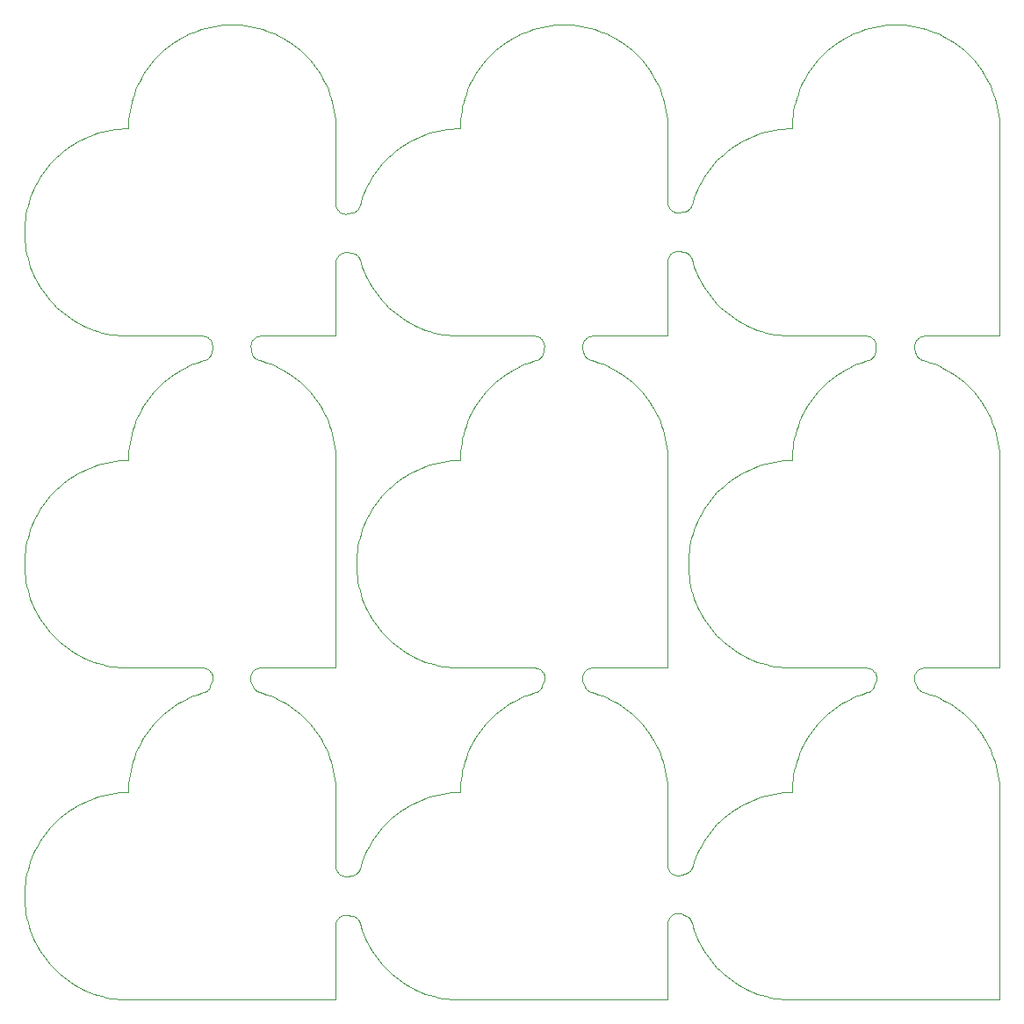
<source format=gko>
%MOIN*%
%OFA0B0*%
%FSLAX44Y44*%
%IPPOS*%
%LPD*%
%ADD10C,0*%
D10*
X00012742Y00004989D02*
X00012742Y00004989D01*
X00012735Y00004968D01*
X00012727Y00004946D01*
X00012718Y00004926D01*
X00012708Y00004906D01*
X00012696Y00004886D01*
X00012683Y00004867D01*
X00012669Y00004849D01*
X00012655Y00004832D01*
X00012639Y00004815D01*
X00012622Y00004800D01*
X00012605Y00004786D01*
X00012586Y00004772D01*
X00012567Y00004760D01*
X00012547Y00004749D01*
X00012527Y00004739D01*
X00012506Y00004730D01*
X00012485Y00004722D01*
X00012463Y00004716D01*
X00012441Y00004711D01*
X00012418Y00004707D01*
X00012259Y00004684D01*
X00012226Y00004681D01*
X00012192Y00004681D01*
X00012158Y00004683D01*
X00012125Y00004689D01*
X00012093Y00004697D01*
X00012061Y00004708D01*
X00012030Y00004721D01*
X00012000Y00004737D01*
X00011972Y00004756D01*
X00011946Y00004777D01*
X00011922Y00004800D01*
X00011899Y00004825D01*
X00011879Y00004852D01*
X00011861Y00004881D01*
X00011846Y00004911D01*
X00011833Y00004942D01*
X00011823Y00004974D01*
X00011816Y00005007D01*
X00011812Y00005041D01*
X00011811Y00005074D01*
X00011811Y00007874D01*
X00011807Y00008041D01*
X00011796Y00008207D01*
X00011779Y00008374D01*
X00011754Y00008539D01*
X00011722Y00008703D01*
X00011683Y00008866D01*
X00011638Y00009026D01*
X00011586Y00009185D01*
X00011527Y00009341D01*
X00011461Y00009495D01*
X00011389Y00009646D01*
X00011311Y00009794D01*
X00011226Y00009938D01*
X00011135Y00010078D01*
X00011039Y00010215D01*
X00010937Y00010347D01*
X00010829Y00010475D01*
X00010716Y00010598D01*
X00010598Y00010716D01*
X00010475Y00010829D01*
X00010347Y00010937D01*
X00010215Y00011039D01*
X00010078Y00011135D01*
X00009938Y00011226D01*
X00009794Y00011311D01*
X00009646Y00011389D01*
X00009495Y00011461D01*
X00009341Y00011527D01*
X00009185Y00011586D01*
X00009026Y00011638D01*
X00008924Y00011667D01*
X00008907Y00011672D01*
X00008891Y00011678D01*
X00008875Y00011685D01*
X00008859Y00011692D01*
X00008843Y00011700D01*
X00008828Y00011709D01*
X00008813Y00011718D01*
X00008799Y00011728D01*
X00008785Y00011739D01*
X00008772Y00011750D01*
X00008759Y00011762D01*
X00008746Y00011774D01*
X00008735Y00011787D01*
X00008723Y00011800D01*
X00008713Y00011814D01*
X00008703Y00011829D01*
X00008693Y00011844D01*
X00008685Y00011859D01*
X00008677Y00011874D01*
X00008670Y00011890D01*
X00008601Y00012049D01*
X00008588Y00012085D01*
X00008578Y00012123D01*
X00008572Y00012161D01*
X00008570Y00012200D01*
X00008571Y00012239D01*
X00008576Y00012277D01*
X00008585Y00012315D01*
X00008598Y00012352D01*
X00008615Y00012387D01*
X00008634Y00012421D01*
X00008657Y00012452D01*
X00008683Y00012481D01*
X00008712Y00012507D01*
X00008743Y00012531D01*
X00008776Y00012551D01*
X00008812Y00012568D01*
X00008848Y00012581D01*
X00008886Y00012590D01*
X00008924Y00012596D01*
X00008963Y00012598D01*
X00011811Y00012598D01*
X00011811Y00020472D01*
X00011807Y00020639D01*
X00011796Y00020806D01*
X00011779Y00020972D01*
X00011754Y00021137D01*
X00011722Y00021301D01*
X00011683Y00021464D01*
X00011638Y00021625D01*
X00011586Y00021784D01*
X00011527Y00021940D01*
X00011461Y00022094D01*
X00011389Y00022244D01*
X00011311Y00022392D01*
X00011226Y00022536D01*
X00011135Y00022677D01*
X00011039Y00022813D01*
X00010937Y00022945D01*
X00010829Y00023073D01*
X00010716Y00023196D01*
X00010598Y00023314D01*
X00010475Y00023427D01*
X00010347Y00023535D01*
X00010215Y00023637D01*
X00010078Y00023734D01*
X00009938Y00023824D01*
X00009794Y00023909D01*
X00009646Y00023987D01*
X00009495Y00024059D01*
X00009341Y00024125D01*
X00009185Y00024184D01*
X00009026Y00024236D01*
X00008902Y00024272D01*
X00008881Y00024278D01*
X00008861Y00024286D01*
X00008841Y00024295D01*
X00008821Y00024304D01*
X00008803Y00024315D01*
X00008784Y00024327D01*
X00008767Y00024340D01*
X00008750Y00024354D01*
X00008734Y00024369D01*
X00008719Y00024385D01*
X00008704Y00024401D01*
X00008691Y00024419D01*
X00008679Y00024437D01*
X00008667Y00024455D01*
X00008657Y00024474D01*
X00008648Y00024494D01*
X00008640Y00024515D01*
X00008633Y00024535D01*
X00008627Y00024556D01*
X00008622Y00024578D01*
X00008594Y00024730D01*
X00008589Y00024764D01*
X00008587Y00024799D01*
X00008588Y00024833D01*
X00008592Y00024868D01*
X00008600Y00024901D01*
X00008610Y00024934D01*
X00008623Y00024966D01*
X00008638Y00024997D01*
X00008657Y00025026D01*
X00008678Y00025054D01*
X00008701Y00025080D01*
X00008726Y00025103D01*
X00008754Y00025124D01*
X00008783Y00025143D01*
X00008813Y00025159D01*
X00008845Y00025172D01*
X00008878Y00025183D01*
X00008912Y00025190D01*
X00008946Y00025195D01*
X00008981Y00025196D01*
X00011811Y00025196D01*
X00011811Y00027971D01*
X00011812Y00028004D01*
X00011816Y00028037D01*
X00011823Y00028069D01*
X00011833Y00028101D01*
X00011845Y00028132D01*
X00011860Y00028162D01*
X00011877Y00028190D01*
X00011897Y00028217D01*
X00011919Y00028242D01*
X00011942Y00028265D01*
X00011968Y00028286D01*
X00011995Y00028305D01*
X00012024Y00028321D01*
X00012054Y00028335D01*
X00012086Y00028346D01*
X00012118Y00028355D01*
X00012150Y00028361D01*
X00012183Y00028364D01*
X00012216Y00028364D01*
X00012249Y00028362D01*
X00012415Y00028343D01*
X00012438Y00028340D01*
X00012460Y00028335D01*
X00012483Y00028329D01*
X00012505Y00028321D01*
X00012526Y00028313D01*
X00012547Y00028303D01*
X00012568Y00028292D01*
X00012588Y00028280D01*
X00012606Y00028266D01*
X00012625Y00028252D01*
X00012642Y00028236D01*
X00012658Y00028220D01*
X00012673Y00028202D01*
X00012688Y00028184D01*
X00012701Y00028165D01*
X00012713Y00028145D01*
X00012723Y00028124D01*
X00012733Y00028103D01*
X00012741Y00028081D01*
X00012748Y00028059D01*
X00012770Y00027981D01*
X00012823Y00027822D01*
X00012882Y00027665D01*
X00012947Y00027512D01*
X00013019Y00027361D01*
X00013098Y00027213D01*
X00013182Y00027069D01*
X00013273Y00026929D01*
X00013370Y00026792D01*
X00013472Y00026660D01*
X00013580Y00026532D01*
X00013693Y00026409D01*
X00013811Y00026291D01*
X00013934Y00026178D01*
X00014062Y00026070D01*
X00014194Y00025968D01*
X00014330Y00025872D01*
X00014471Y00025781D01*
X00014615Y00025696D01*
X00014762Y00025618D01*
X00014913Y00025546D01*
X00015067Y00025480D01*
X00015223Y00025421D01*
X00015382Y00025369D01*
X00015543Y00025323D01*
X00015705Y00025285D01*
X00015870Y00025253D01*
X00016035Y00025228D01*
X00016201Y00025211D01*
X00016368Y00025200D01*
X00016535Y00025196D01*
X00019334Y00025196D01*
X00019368Y00025195D01*
X00019402Y00025191D01*
X00019435Y00025183D01*
X00019467Y00025173D01*
X00019499Y00025160D01*
X00019529Y00025145D01*
X00019558Y00025127D01*
X00019585Y00025106D01*
X00019610Y00025084D01*
X00019633Y00025059D01*
X00019654Y00025032D01*
X00019673Y00025004D01*
X00019689Y00024974D01*
X00019702Y00024943D01*
X00019713Y00024911D01*
X00019721Y00024878D01*
X00019726Y00024844D01*
X00019728Y00024810D01*
X00019727Y00024776D01*
X00019723Y00024743D01*
X00019699Y00024583D01*
X00019695Y00024561D01*
X00019689Y00024539D01*
X00019683Y00024517D01*
X00019675Y00024496D01*
X00019666Y00024476D01*
X00019656Y00024456D01*
X00019645Y00024436D01*
X00019632Y00024417D01*
X00019619Y00024399D01*
X00019605Y00024382D01*
X00019589Y00024366D01*
X00019573Y00024350D01*
X00019556Y00024336D01*
X00019538Y00024322D01*
X00019519Y00024310D01*
X00019500Y00024298D01*
X00019480Y00024288D01*
X00019459Y00024279D01*
X00019438Y00024271D01*
X00019417Y00024264D01*
X00019319Y00024236D01*
X00019160Y00024184D01*
X00019004Y00024125D01*
X00018850Y00024059D01*
X00018699Y00023987D01*
X00018552Y00023909D01*
X00018408Y00023824D01*
X00018267Y00023734D01*
X00018131Y00023637D01*
X00017999Y00023535D01*
X00017871Y00023427D01*
X00017748Y00023314D01*
X00017630Y00023196D01*
X00017517Y00023073D01*
X00017409Y00022945D01*
X00017307Y00022813D01*
X00017210Y00022677D01*
X00017119Y00022536D01*
X00017035Y00022392D01*
X00016956Y00022244D01*
X00016884Y00022094D01*
X00016819Y00021940D01*
X00016760Y00021784D01*
X00016707Y00021625D01*
X00016662Y00021464D01*
X00016623Y00021301D01*
X00016592Y00021137D01*
X00016567Y00020972D01*
X00016549Y00020806D01*
X00016538Y00020639D01*
X00016535Y00020472D01*
X00016368Y00020468D01*
X00016201Y00020458D01*
X00016035Y00020440D01*
X00015870Y00020415D01*
X00015705Y00020384D01*
X00015543Y00020345D01*
X00015382Y00020299D01*
X00015223Y00020247D01*
X00015067Y00020188D01*
X00014913Y00020122D01*
X00014762Y00020050D01*
X00014615Y00019972D01*
X00014471Y00019887D01*
X00014330Y00019797D01*
X00014194Y00019700D01*
X00014062Y00019598D01*
X00013934Y00019490D01*
X00013811Y00019377D01*
X00013693Y00019259D01*
X00013580Y00019136D01*
X00013472Y00019008D01*
X00013370Y00018876D01*
X00013273Y00018740D01*
X00013182Y00018599D01*
X00013098Y00018455D01*
X00013019Y00018307D01*
X00012947Y00018157D01*
X00012882Y00018003D01*
X00012823Y00017847D01*
X00012770Y00017688D01*
X00012725Y00017527D01*
X00012686Y00017364D01*
X00012655Y00017200D01*
X00012630Y00017035D01*
X00012612Y00016869D01*
X00012601Y00016702D01*
X00012598Y00016535D01*
X00012601Y00016368D01*
X00012612Y00016201D01*
X00012630Y00016035D01*
X00012655Y00015870D01*
X00012686Y00015705D01*
X00012725Y00015543D01*
X00012770Y00015382D01*
X00012823Y00015223D01*
X00012882Y00015067D01*
X00012947Y00014913D01*
X00013019Y00014762D01*
X00013098Y00014615D01*
X00013182Y00014471D01*
X00013273Y00014330D01*
X00013370Y00014194D01*
X00013472Y00014062D01*
X00013580Y00013934D01*
X00013693Y00013811D01*
X00013811Y00013693D01*
X00013934Y00013580D01*
X00014062Y00013472D01*
X00014194Y00013370D01*
X00014330Y00013273D01*
X00014471Y00013182D01*
X00014615Y00013098D01*
X00014762Y00013019D01*
X00014913Y00012947D01*
X00015067Y00012882D01*
X00015223Y00012823D01*
X00015382Y00012770D01*
X00015543Y00012725D01*
X00015705Y00012686D01*
X00015870Y00012655D01*
X00016035Y00012630D01*
X00016201Y00012612D01*
X00016368Y00012601D01*
X00016535Y00012598D01*
X00019352Y00012598D01*
X00019390Y00012596D01*
X00019428Y00012591D01*
X00019465Y00012581D01*
X00019501Y00012569D01*
X00019535Y00012552D01*
X00019568Y00012533D01*
X00019599Y00012511D01*
X00019628Y00012485D01*
X00019654Y00012457D01*
X00019677Y00012427D01*
X00019697Y00012394D01*
X00019713Y00012360D01*
X00019727Y00012324D01*
X00019737Y00012287D01*
X00019743Y00012249D01*
X00019745Y00012211D01*
X00019744Y00012173D01*
X00019739Y00012135D01*
X00019731Y00012098D01*
X00019719Y00012062D01*
X00019654Y00011896D01*
X00019647Y00011879D01*
X00019640Y00011862D01*
X00019631Y00011846D01*
X00019622Y00011831D01*
X00019612Y00011815D01*
X00019601Y00011801D01*
X00019590Y00011786D01*
X00019578Y00011773D01*
X00019566Y00011760D01*
X00019552Y00011747D01*
X00019539Y00011735D01*
X00019524Y00011724D01*
X00019510Y00011713D01*
X00019494Y00011703D01*
X00019479Y00011694D01*
X00019462Y00011686D01*
X00019446Y00011678D01*
X00019429Y00011671D01*
X00019412Y00011665D01*
X00019395Y00011659D01*
X00019319Y00011638D01*
X00019160Y00011586D01*
X00019004Y00011527D01*
X00018850Y00011461D01*
X00018699Y00011389D01*
X00018552Y00011311D01*
X00018408Y00011226D01*
X00018267Y00011135D01*
X00018131Y00011039D01*
X00017999Y00010937D01*
X00017871Y00010829D01*
X00017748Y00010716D01*
X00017630Y00010598D01*
X00017517Y00010475D01*
X00017409Y00010347D01*
X00017307Y00010215D01*
X00017210Y00010078D01*
X00017119Y00009938D01*
X00017035Y00009794D01*
X00016956Y00009646D01*
X00016884Y00009495D01*
X00016819Y00009341D01*
X00016760Y00009185D01*
X00016707Y00009026D01*
X00016662Y00008866D01*
X00016623Y00008703D01*
X00016592Y00008539D01*
X00016567Y00008374D01*
X00016549Y00008207D01*
X00016538Y00008041D01*
X00016535Y00007874D01*
X00016368Y00007870D01*
X00016201Y00007859D01*
X00016035Y00007842D01*
X00015870Y00007817D01*
X00015705Y00007785D01*
X00015543Y00007746D01*
X00015382Y00007701D01*
X00015223Y00007649D01*
X00015067Y00007590D01*
X00014913Y00007524D01*
X00014762Y00007452D01*
X00014615Y00007374D01*
X00014471Y00007289D01*
X00014330Y00007198D01*
X00014194Y00007102D01*
X00014062Y00007000D01*
X00013934Y00006892D01*
X00013811Y00006779D01*
X00013693Y00006661D01*
X00013580Y00006538D01*
X00013472Y00006410D01*
X00013370Y00006278D01*
X00013273Y00006141D01*
X00013182Y00006001D01*
X00013098Y00005857D01*
X00013019Y00005709D01*
X00012947Y00005558D01*
X00012882Y00005404D01*
X00012823Y00005248D01*
X00012770Y00005089D01*
X00012742Y00004989D01*
X00025360Y00005057D02*
X00025360Y00005057D01*
X00025354Y00005038D01*
X00025347Y00005020D01*
X00025340Y00005002D01*
X00025331Y00004984D01*
X00025322Y00004967D01*
X00025312Y00004951D01*
X00025301Y00004934D01*
X00025289Y00004919D01*
X00025276Y00004904D01*
X00025263Y00004890D01*
X00025249Y00004876D01*
X00025235Y00004863D01*
X00025219Y00004851D01*
X00025204Y00004839D01*
X00025187Y00004829D01*
X00025170Y00004819D01*
X00025153Y00004810D01*
X00025135Y00004802D01*
X00025117Y00004795D01*
X00025099Y00004788D01*
X00024920Y00004732D01*
X00024885Y00004723D01*
X00024848Y00004717D01*
X00024812Y00004715D01*
X00024775Y00004715D01*
X00024738Y00004720D01*
X00024702Y00004728D01*
X00024667Y00004739D01*
X00024633Y00004753D01*
X00024600Y00004770D01*
X00024570Y00004791D01*
X00024541Y00004814D01*
X00024515Y00004840D01*
X00024491Y00004868D01*
X00024470Y00004898D01*
X00024451Y00004930D01*
X00024436Y00004964D01*
X00024424Y00004999D01*
X00024416Y00005035D01*
X00024411Y00005071D01*
X00024409Y00005108D01*
X00024409Y00007874D01*
X00024405Y00008041D01*
X00024395Y00008207D01*
X00024377Y00008374D01*
X00024352Y00008539D01*
X00024321Y00008703D01*
X00024282Y00008866D01*
X00024236Y00009026D01*
X00024184Y00009185D01*
X00024125Y00009341D01*
X00024059Y00009495D01*
X00023987Y00009646D01*
X00023909Y00009794D01*
X00023824Y00009938D01*
X00023734Y00010078D01*
X00023637Y00010215D01*
X00023535Y00010347D01*
X00023427Y00010475D01*
X00023314Y00010598D01*
X00023196Y00010716D01*
X00023073Y00010829D01*
X00022945Y00010937D01*
X00022813Y00011039D01*
X00022677Y00011135D01*
X00022536Y00011226D01*
X00022392Y00011311D01*
X00022244Y00011389D01*
X00022094Y00011461D01*
X00021940Y00011527D01*
X00021784Y00011586D01*
X00021625Y00011638D01*
X00021521Y00011667D01*
X00021521Y00011667D01*
X00021504Y00011673D01*
X00021488Y00011678D01*
X00021471Y00011685D01*
X00021456Y00011692D01*
X00021440Y00011700D01*
X00021425Y00011709D01*
X00021410Y00011718D01*
X00021396Y00011728D01*
X00021382Y00011739D01*
X00021369Y00011750D01*
X00021356Y00011762D01*
X00021343Y00011774D01*
X00021332Y00011787D01*
X00021320Y00011800D01*
X00021310Y00011814D01*
X00021300Y00011829D01*
X00021291Y00011843D01*
X00021282Y00011859D01*
X00021274Y00011874D01*
X00021267Y00011890D01*
X00021198Y00012048D01*
X00021185Y00012084D01*
X00021175Y00012122D01*
X00021168Y00012160D01*
X00021166Y00012199D01*
X00021167Y00012238D01*
X00021173Y00012277D01*
X00021182Y00012315D01*
X00021195Y00012352D01*
X00021211Y00012387D01*
X00021231Y00012420D01*
X00021254Y00012452D01*
X00021280Y00012481D01*
X00021308Y00012507D01*
X00021339Y00012531D01*
X00021373Y00012551D01*
X00021408Y00012567D01*
X00021445Y00012581D01*
X00021482Y00012590D01*
X00021521Y00012596D01*
X00021560Y00012598D01*
X00024409Y00012598D01*
X00024409Y00020472D01*
X00024405Y00020639D01*
X00024395Y00020806D01*
X00024377Y00020972D01*
X00024352Y00021137D01*
X00024321Y00021301D01*
X00024282Y00021464D01*
X00024236Y00021625D01*
X00024184Y00021784D01*
X00024125Y00021940D01*
X00024059Y00022094D01*
X00023987Y00022244D01*
X00023909Y00022392D01*
X00023824Y00022536D01*
X00023734Y00022677D01*
X00023637Y00022813D01*
X00023535Y00022945D01*
X00023427Y00023073D01*
X00023314Y00023196D01*
X00023196Y00023314D01*
X00023073Y00023427D01*
X00022945Y00023535D01*
X00022813Y00023637D01*
X00022677Y00023734D01*
X00022536Y00023824D01*
X00022392Y00023909D01*
X00022244Y00023987D01*
X00022094Y00024059D01*
X00021940Y00024125D01*
X00021784Y00024184D01*
X00021625Y00024236D01*
X00021499Y00024272D01*
X00021478Y00024279D01*
X00021458Y00024286D01*
X00021438Y00024295D01*
X00021418Y00024305D01*
X00021399Y00024316D01*
X00021381Y00024328D01*
X00021364Y00024341D01*
X00021347Y00024355D01*
X00021331Y00024369D01*
X00021316Y00024385D01*
X00021302Y00024401D01*
X00021288Y00024419D01*
X00021276Y00024437D01*
X00021265Y00024455D01*
X00021254Y00024474D01*
X00021245Y00024494D01*
X00021237Y00024514D01*
X00021230Y00024535D01*
X00021224Y00024556D01*
X00021219Y00024577D01*
X00021191Y00024729D01*
X00021186Y00024763D01*
X00021184Y00024798D01*
X00021185Y00024832D01*
X00021189Y00024867D01*
X00021196Y00024901D01*
X00021206Y00024934D01*
X00021219Y00024966D01*
X00021235Y00024997D01*
X00021253Y00025026D01*
X00021274Y00025054D01*
X00021297Y00025079D01*
X00021323Y00025103D01*
X00021350Y00025124D01*
X00021379Y00025143D01*
X00021410Y00025159D01*
X00021442Y00025172D01*
X00021475Y00025183D01*
X00021508Y00025190D01*
X00021543Y00025195D01*
X00021577Y00025196D01*
X00024409Y00025196D01*
X00024409Y00028022D01*
X00024410Y00028056D01*
X00024415Y00028089D01*
X00024422Y00028123D01*
X00024432Y00028155D01*
X00024445Y00028187D01*
X00024461Y00028217D01*
X00024479Y00028246D01*
X00024500Y00028273D01*
X00024522Y00028298D01*
X00024547Y00028321D01*
X00024574Y00028342D01*
X00024603Y00028361D01*
X00024633Y00028377D01*
X00024664Y00028390D01*
X00024696Y00028401D01*
X00024730Y00028409D01*
X00024763Y00028413D01*
X00024797Y00028415D01*
X00024831Y00028414D01*
X00024865Y00028410D01*
X00025017Y00028386D01*
X00025039Y00028382D01*
X00025061Y00028376D01*
X00025082Y00028370D01*
X00025103Y00028362D01*
X00025124Y00028353D01*
X00025144Y00028343D01*
X00025163Y00028331D01*
X00025182Y00028319D01*
X00025200Y00028306D01*
X00025217Y00028291D01*
X00025233Y00028276D01*
X00025248Y00028260D01*
X00025263Y00028243D01*
X00025276Y00028225D01*
X00025289Y00028206D01*
X00025300Y00028187D01*
X00025310Y00028167D01*
X00025319Y00028147D01*
X00025327Y00028126D01*
X00025334Y00028104D01*
X00025369Y00027981D01*
X00025421Y00027822D01*
X00025480Y00027665D01*
X00025546Y00027512D01*
X00025618Y00027361D01*
X00025696Y00027213D01*
X00025781Y00027069D01*
X00025872Y00026929D01*
X00025968Y00026792D01*
X00026070Y00026660D01*
X00026178Y00026532D01*
X00026291Y00026409D01*
X00026409Y00026291D01*
X00026532Y00026178D01*
X00026660Y00026070D01*
X00026792Y00025968D01*
X00026929Y00025872D01*
X00027069Y00025781D01*
X00027213Y00025696D01*
X00027361Y00025618D01*
X00027512Y00025546D01*
X00027665Y00025480D01*
X00027822Y00025421D01*
X00027981Y00025369D01*
X00028141Y00025323D01*
X00028304Y00025285D01*
X00028468Y00025253D01*
X00028633Y00025228D01*
X00028799Y00025211D01*
X00028966Y00025200D01*
X00029133Y00025196D01*
X00031931Y00025196D01*
X00031965Y00025195D01*
X00031998Y00025191D01*
X00032031Y00025183D01*
X00032064Y00025173D01*
X00032095Y00025160D01*
X00032125Y00025145D01*
X00032154Y00025127D01*
X00032181Y00025107D01*
X00032206Y00025084D01*
X00032229Y00025059D01*
X00032250Y00025033D01*
X00032269Y00025004D01*
X00032285Y00024974D01*
X00032298Y00024943D01*
X00032309Y00024911D01*
X00032317Y00024878D01*
X00032322Y00024845D01*
X00032324Y00024811D01*
X00032324Y00024777D01*
X00032320Y00024743D01*
X00032296Y00024583D01*
X00032292Y00024561D01*
X00032286Y00024539D01*
X00032280Y00024518D01*
X00032272Y00024496D01*
X00032263Y00024476D01*
X00032253Y00024456D01*
X00032242Y00024436D01*
X00032229Y00024417D01*
X00032216Y00024399D01*
X00032202Y00024382D01*
X00032186Y00024366D01*
X00032170Y00024350D01*
X00032153Y00024335D01*
X00032135Y00024322D01*
X00032116Y00024309D01*
X00032097Y00024298D01*
X00032077Y00024287D01*
X00032056Y00024278D01*
X00032035Y00024270D01*
X00032014Y00024264D01*
X00032014Y00024264D01*
X00031918Y00024236D01*
X00031759Y00024184D01*
X00031602Y00024125D01*
X00031449Y00024059D01*
X00031298Y00023987D01*
X00031150Y00023909D01*
X00031006Y00023824D01*
X00030866Y00023734D01*
X00030729Y00023637D01*
X00030597Y00023535D01*
X00030469Y00023427D01*
X00030346Y00023314D01*
X00030228Y00023196D01*
X00030115Y00023073D01*
X00030007Y00022945D01*
X00029905Y00022813D01*
X00029809Y00022677D01*
X00029718Y00022536D01*
X00029633Y00022392D01*
X00029555Y00022244D01*
X00029483Y00022094D01*
X00029417Y00021940D01*
X00029358Y00021784D01*
X00029306Y00021625D01*
X00029260Y00021464D01*
X00029222Y00021301D01*
X00029190Y00021137D01*
X00029165Y00020972D01*
X00029148Y00020806D01*
X00029137Y00020639D01*
X00029133Y00020472D01*
X00028966Y00020468D01*
X00028799Y00020458D01*
X00028633Y00020440D01*
X00028468Y00020415D01*
X00028304Y00020384D01*
X00028141Y00020345D01*
X00027981Y00020299D01*
X00027822Y00020247D01*
X00027665Y00020188D01*
X00027512Y00020122D01*
X00027361Y00020050D01*
X00027213Y00019972D01*
X00027069Y00019887D01*
X00026929Y00019797D01*
X00026792Y00019700D01*
X00026660Y00019598D01*
X00026532Y00019490D01*
X00026409Y00019377D01*
X00026291Y00019259D01*
X00026178Y00019136D01*
X00026070Y00019008D01*
X00025968Y00018876D01*
X00025872Y00018740D01*
X00025781Y00018599D01*
X00025696Y00018455D01*
X00025618Y00018307D01*
X00025546Y00018157D01*
X00025480Y00018003D01*
X00025421Y00017847D01*
X00025369Y00017688D01*
X00025323Y00017527D01*
X00025285Y00017364D01*
X00025253Y00017200D01*
X00025228Y00017035D01*
X00025211Y00016869D01*
X00025200Y00016702D01*
X00025196Y00016535D01*
X00025200Y00016368D01*
X00025211Y00016201D01*
X00025228Y00016035D01*
X00025253Y00015870D01*
X00025285Y00015705D01*
X00025323Y00015543D01*
X00025369Y00015382D01*
X00025421Y00015223D01*
X00025480Y00015067D01*
X00025546Y00014913D01*
X00025618Y00014762D01*
X00025696Y00014615D01*
X00025781Y00014471D01*
X00025872Y00014330D01*
X00025968Y00014194D01*
X00026070Y00014062D01*
X00026178Y00013934D01*
X00026291Y00013811D01*
X00026409Y00013693D01*
X00026532Y00013580D01*
X00026660Y00013472D01*
X00026792Y00013370D01*
X00026929Y00013273D01*
X00027069Y00013182D01*
X00027213Y00013098D01*
X00027361Y00013019D01*
X00027512Y00012947D01*
X00027665Y00012882D01*
X00027822Y00012823D01*
X00027981Y00012770D01*
X00028141Y00012725D01*
X00028304Y00012686D01*
X00028468Y00012655D01*
X00028633Y00012630D01*
X00028799Y00012612D01*
X00028966Y00012601D01*
X00029133Y00012598D01*
X00031948Y00012598D01*
X00031986Y00012596D01*
X00032024Y00012591D01*
X00032061Y00012581D01*
X00032097Y00012569D01*
X00032132Y00012553D01*
X00032165Y00012533D01*
X00032195Y00012511D01*
X00032224Y00012485D01*
X00032250Y00012457D01*
X00032273Y00012427D01*
X00032293Y00012395D01*
X00032310Y00012360D01*
X00032323Y00012325D01*
X00032333Y00012288D01*
X00032339Y00012250D01*
X00032342Y00012212D01*
X00032341Y00012174D01*
X00032336Y00012136D01*
X00032328Y00012099D01*
X00032316Y00012063D01*
X00032251Y00011896D01*
X00032245Y00011879D01*
X00032237Y00011863D01*
X00032228Y00011847D01*
X00032219Y00011831D01*
X00032209Y00011815D01*
X00032198Y00011801D01*
X00032187Y00011786D01*
X00032175Y00011773D01*
X00032163Y00011759D01*
X00032149Y00011747D01*
X00032136Y00011735D01*
X00032121Y00011723D01*
X00032107Y00011713D01*
X00032091Y00011703D01*
X00032076Y00011694D01*
X00032059Y00011685D01*
X00032043Y00011677D01*
X00032026Y00011670D01*
X00032009Y00011664D01*
X00031991Y00011659D01*
X00031918Y00011638D01*
X00031759Y00011586D01*
X00031602Y00011527D01*
X00031449Y00011461D01*
X00031298Y00011389D01*
X00031150Y00011311D01*
X00031006Y00011226D01*
X00030866Y00011135D01*
X00030729Y00011039D01*
X00030597Y00010937D01*
X00030469Y00010829D01*
X00030346Y00010716D01*
X00030228Y00010598D01*
X00030115Y00010475D01*
X00030007Y00010347D01*
X00029905Y00010215D01*
X00029809Y00010078D01*
X00029718Y00009938D01*
X00029633Y00009794D01*
X00029555Y00009646D01*
X00029483Y00009495D01*
X00029417Y00009341D01*
X00029358Y00009185D01*
X00029306Y00009026D01*
X00029260Y00008866D01*
X00029222Y00008703D01*
X00029190Y00008539D01*
X00029165Y00008374D01*
X00029148Y00008207D01*
X00029137Y00008041D01*
X00029133Y00007874D01*
X00028966Y00007870D01*
X00028799Y00007859D01*
X00028633Y00007842D01*
X00028468Y00007817D01*
X00028304Y00007785D01*
X00028141Y00007746D01*
X00027981Y00007701D01*
X00027822Y00007649D01*
X00027665Y00007590D01*
X00027512Y00007524D01*
X00027361Y00007452D01*
X00027213Y00007374D01*
X00027069Y00007289D01*
X00026929Y00007198D01*
X00026792Y00007102D01*
X00026660Y00007000D01*
X00026532Y00006892D01*
X00026409Y00006779D01*
X00026291Y00006661D01*
X00026178Y00006538D01*
X00026070Y00006410D01*
X00025968Y00006278D01*
X00025872Y00006141D01*
X00025781Y00006001D01*
X00025696Y00005857D01*
X00025618Y00005709D01*
X00025546Y00005558D01*
X00025480Y00005404D01*
X00025421Y00005248D01*
X00025369Y00005089D01*
X00025360Y00005057D01*
X00012729Y00030138D02*
X00012729Y00030138D01*
X00012722Y00030118D01*
X00012715Y00030098D01*
X00012706Y00030078D01*
X00012696Y00030059D01*
X00012686Y00030040D01*
X00012674Y00030022D01*
X00012661Y00030005D01*
X00012648Y00029988D01*
X00012633Y00029972D01*
X00012618Y00029957D01*
X00012601Y00029943D01*
X00012585Y00029929D01*
X00012567Y00029917D01*
X00012549Y00029906D01*
X00012530Y00029895D01*
X00012510Y00029886D01*
X00012490Y00029878D01*
X00012470Y00029871D01*
X00012449Y00029865D01*
X00012429Y00029860D01*
X00012283Y00029830D01*
X00012249Y00029825D01*
X00012214Y00029822D01*
X00012179Y00029823D01*
X00012144Y00029827D01*
X00012110Y00029834D01*
X00012077Y00029843D01*
X00012044Y00029856D01*
X00012013Y00029872D01*
X00011983Y00029890D01*
X00011955Y00029911D01*
X00011929Y00029934D01*
X00011905Y00029960D01*
X00011884Y00029987D01*
X00011865Y00030016D01*
X00011849Y00030047D01*
X00011835Y00030079D01*
X00011824Y00030112D01*
X00011817Y00030146D01*
X00011812Y00030181D01*
X00011811Y00030216D01*
X00011811Y00033070D01*
X00011807Y00033237D01*
X00011796Y00033404D01*
X00011779Y00033570D01*
X00011754Y00033736D01*
X00011722Y00033900D01*
X00011683Y00034062D01*
X00011638Y00034223D01*
X00011586Y00034382D01*
X00011527Y00034538D01*
X00011461Y00034692D01*
X00011389Y00034843D01*
X00011311Y00034990D01*
X00011226Y00035135D01*
X00011135Y00035275D01*
X00011039Y00035411D01*
X00010937Y00035544D01*
X00010829Y00035671D01*
X00010716Y00035795D01*
X00010598Y00035913D01*
X00010475Y00036026D01*
X00010347Y00036134D01*
X00010215Y00036236D01*
X00010078Y00036332D01*
X00009938Y00036423D01*
X00009794Y00036507D01*
X00009646Y00036586D01*
X00009495Y00036658D01*
X00009341Y00036723D01*
X00009185Y00036782D01*
X00009026Y00036835D01*
X00008866Y00036880D01*
X00008703Y00036919D01*
X00008539Y00036951D01*
X00008374Y00036975D01*
X00008207Y00036993D01*
X00008041Y00037004D01*
X00007874Y00037007D01*
X00007706Y00037004D01*
X00007540Y00036993D01*
X00007373Y00036975D01*
X00007208Y00036951D01*
X00007044Y00036919D01*
X00006881Y00036880D01*
X00006721Y00036835D01*
X00006562Y00036782D01*
X00006406Y00036723D01*
X00006252Y00036658D01*
X00006101Y00036586D01*
X00005953Y00036507D01*
X00005809Y00036423D01*
X00005669Y00036332D01*
X00005532Y00036236D01*
X00005400Y00036134D01*
X00005272Y00036026D01*
X00005149Y00035913D01*
X00005031Y00035795D01*
X00004918Y00035671D01*
X00004810Y00035544D01*
X00004708Y00035411D01*
X00004612Y00035275D01*
X00004521Y00035135D01*
X00004436Y00034990D01*
X00004358Y00034843D01*
X00004286Y00034692D01*
X00004220Y00034538D01*
X00004161Y00034382D01*
X00004109Y00034223D01*
X00004064Y00034062D01*
X00004025Y00033900D01*
X00003993Y00033736D01*
X00003968Y00033570D01*
X00003951Y00033404D01*
X00003940Y00033237D01*
X00003937Y00033070D01*
X00003769Y00033067D01*
X00003603Y00033056D01*
X00003436Y00033038D01*
X00003271Y00033014D01*
X00003107Y00032982D01*
X00002944Y00032943D01*
X00002784Y00032898D01*
X00002625Y00032845D01*
X00002469Y00032786D01*
X00002315Y00032721D01*
X00002164Y00032649D01*
X00002016Y00032570D01*
X00001872Y00032486D01*
X00001732Y00032395D01*
X00001595Y00032299D01*
X00001463Y00032196D01*
X00001335Y00032089D01*
X00001212Y00031976D01*
X00001094Y00031858D01*
X00000981Y00031734D01*
X00000873Y00031607D01*
X00000771Y00031474D01*
X00000675Y00031338D01*
X00000584Y00031198D01*
X00000499Y00031053D01*
X00000421Y00030906D01*
X00000349Y00030755D01*
X00000283Y00030601D01*
X00000224Y00030445D01*
X00000172Y00030286D01*
X00000127Y00030125D01*
X00000088Y00029963D01*
X00000056Y00029799D01*
X00000031Y00029633D01*
X00000014Y00029467D01*
X00000003Y00029300D01*
X00000000Y00029133D01*
X00000003Y00028966D01*
X00000014Y00028799D01*
X00000031Y00028633D01*
X00000056Y00028468D01*
X00000088Y00028304D01*
X00000127Y00028141D01*
X00000172Y00027981D01*
X00000224Y00027822D01*
X00000283Y00027665D01*
X00000349Y00027512D01*
X00000421Y00027361D01*
X00000499Y00027213D01*
X00000584Y00027069D01*
X00000675Y00026929D01*
X00000771Y00026792D01*
X00000873Y00026660D01*
X00000981Y00026532D01*
X00001094Y00026409D01*
X00001212Y00026291D01*
X00001335Y00026178D01*
X00001463Y00026070D01*
X00001595Y00025968D01*
X00001732Y00025872D01*
X00001872Y00025781D01*
X00002016Y00025696D01*
X00002164Y00025618D01*
X00002315Y00025546D01*
X00002469Y00025480D01*
X00002625Y00025421D01*
X00002784Y00025369D01*
X00002944Y00025323D01*
X00003107Y00025285D01*
X00003271Y00025253D01*
X00003436Y00025228D01*
X00003603Y00025211D01*
X00003769Y00025200D01*
X00003937Y00025196D01*
X00006738Y00025196D01*
X00006772Y00025195D01*
X00006805Y00025191D01*
X00006838Y00025183D01*
X00006871Y00025173D01*
X00006902Y00025160D01*
X00006933Y00025145D01*
X00006961Y00025127D01*
X00006988Y00025106D01*
X00007014Y00025083D01*
X00007037Y00025059D01*
X00007058Y00025032D01*
X00007076Y00025004D01*
X00007092Y00024974D01*
X00007106Y00024942D01*
X00007116Y00024910D01*
X00007124Y00024877D01*
X00007129Y00024844D01*
X00007131Y00024810D01*
X00007130Y00024776D01*
X00007127Y00024742D01*
X00007102Y00024583D01*
X00007098Y00024561D01*
X00007092Y00024539D01*
X00007086Y00024517D01*
X00007078Y00024496D01*
X00007069Y00024476D01*
X00007059Y00024456D01*
X00007048Y00024436D01*
X00007035Y00024418D01*
X00007022Y00024400D01*
X00007008Y00024382D01*
X00006992Y00024366D01*
X00006976Y00024350D01*
X00006959Y00024336D01*
X00006941Y00024322D01*
X00006922Y00024310D01*
X00006903Y00024299D01*
X00006883Y00024288D01*
X00006862Y00024279D01*
X00006842Y00024271D01*
X00006820Y00024265D01*
X00006721Y00024236D01*
X00006562Y00024184D01*
X00006406Y00024125D01*
X00006252Y00024059D01*
X00006101Y00023987D01*
X00005953Y00023909D01*
X00005809Y00023824D01*
X00005669Y00023734D01*
X00005532Y00023637D01*
X00005400Y00023535D01*
X00005272Y00023427D01*
X00005149Y00023314D01*
X00005031Y00023196D01*
X00004918Y00023073D01*
X00004810Y00022945D01*
X00004708Y00022813D01*
X00004612Y00022677D01*
X00004521Y00022536D01*
X00004436Y00022392D01*
X00004358Y00022244D01*
X00004286Y00022094D01*
X00004220Y00021940D01*
X00004161Y00021784D01*
X00004109Y00021625D01*
X00004064Y00021464D01*
X00004025Y00021301D01*
X00003993Y00021137D01*
X00003968Y00020972D01*
X00003951Y00020806D01*
X00003940Y00020639D01*
X00003937Y00020472D01*
X00003769Y00020468D01*
X00003603Y00020458D01*
X00003436Y00020440D01*
X00003271Y00020415D01*
X00003107Y00020384D01*
X00002944Y00020345D01*
X00002784Y00020299D01*
X00002625Y00020247D01*
X00002469Y00020188D01*
X00002315Y00020122D01*
X00002164Y00020050D01*
X00002016Y00019972D01*
X00001872Y00019887D01*
X00001732Y00019797D01*
X00001595Y00019700D01*
X00001463Y00019598D01*
X00001335Y00019490D01*
X00001212Y00019377D01*
X00001094Y00019259D01*
X00000981Y00019136D01*
X00000873Y00019008D01*
X00000771Y00018876D01*
X00000675Y00018740D01*
X00000584Y00018599D01*
X00000499Y00018455D01*
X00000421Y00018307D01*
X00000349Y00018157D01*
X00000283Y00018003D01*
X00000224Y00017847D01*
X00000172Y00017688D01*
X00000127Y00017527D01*
X00000088Y00017364D01*
X00000056Y00017200D01*
X00000031Y00017035D01*
X00000014Y00016869D01*
X00000003Y00016702D01*
X00000000Y00016535D01*
X00000003Y00016368D01*
X00000014Y00016201D01*
X00000031Y00016035D01*
X00000056Y00015870D01*
X00000088Y00015705D01*
X00000127Y00015543D01*
X00000172Y00015382D01*
X00000224Y00015223D01*
X00000283Y00015067D01*
X00000349Y00014913D01*
X00000421Y00014762D01*
X00000499Y00014615D01*
X00000584Y00014471D01*
X00000675Y00014330D01*
X00000771Y00014194D01*
X00000873Y00014062D01*
X00000981Y00013934D01*
X00001094Y00013811D01*
X00001212Y00013693D01*
X00001335Y00013580D01*
X00001463Y00013472D01*
X00001595Y00013370D01*
X00001732Y00013273D01*
X00001872Y00013182D01*
X00002016Y00013098D01*
X00002164Y00013019D01*
X00002315Y00012947D01*
X00002469Y00012882D01*
X00002625Y00012823D01*
X00002784Y00012770D01*
X00002944Y00012725D01*
X00003107Y00012686D01*
X00003271Y00012655D01*
X00003436Y00012630D01*
X00003603Y00012612D01*
X00003769Y00012601D01*
X00003937Y00012598D01*
X00006755Y00012598D01*
X00006793Y00012596D01*
X00006831Y00012591D01*
X00006868Y00012581D01*
X00006904Y00012569D01*
X00006939Y00012552D01*
X00006972Y00012533D01*
X00007003Y00012510D01*
X00007031Y00012485D01*
X00007057Y00012457D01*
X00007080Y00012426D01*
X00007100Y00012394D01*
X00007117Y00012359D01*
X00007130Y00012323D01*
X00007140Y00012287D01*
X00007146Y00012249D01*
X00007149Y00012211D01*
X00007148Y00012172D01*
X00007143Y00012135D01*
X00007134Y00012097D01*
X00007122Y00012061D01*
X00007057Y00011895D01*
X00007050Y00011879D01*
X00007043Y00011862D01*
X00007034Y00011846D01*
X00007025Y00011831D01*
X00007015Y00011815D01*
X00007004Y00011801D01*
X00006993Y00011786D01*
X00006981Y00011773D01*
X00006968Y00011760D01*
X00006955Y00011747D01*
X00006942Y00011735D01*
X00006927Y00011724D01*
X00006913Y00011713D01*
X00006897Y00011704D01*
X00006882Y00011694D01*
X00006866Y00011686D01*
X00006849Y00011678D01*
X00006832Y00011671D01*
X00006815Y00011665D01*
X00006798Y00011660D01*
X00006721Y00011638D01*
X00006562Y00011586D01*
X00006406Y00011527D01*
X00006252Y00011461D01*
X00006101Y00011389D01*
X00005953Y00011311D01*
X00005809Y00011226D01*
X00005669Y00011135D01*
X00005532Y00011039D01*
X00005400Y00010937D01*
X00005272Y00010829D01*
X00005149Y00010716D01*
X00005031Y00010598D01*
X00004918Y00010475D01*
X00004810Y00010347D01*
X00004708Y00010215D01*
X00004612Y00010078D01*
X00004521Y00009938D01*
X00004436Y00009794D01*
X00004358Y00009646D01*
X00004286Y00009495D01*
X00004220Y00009341D01*
X00004161Y00009185D01*
X00004109Y00009026D01*
X00004064Y00008866D01*
X00004025Y00008703D01*
X00003993Y00008539D01*
X00003968Y00008374D01*
X00003951Y00008207D01*
X00003940Y00008041D01*
X00003937Y00007874D01*
X00003769Y00007870D01*
X00003603Y00007859D01*
X00003436Y00007842D01*
X00003271Y00007817D01*
X00003107Y00007785D01*
X00002944Y00007746D01*
X00002784Y00007701D01*
X00002625Y00007649D01*
X00002469Y00007590D01*
X00002315Y00007524D01*
X00002164Y00007452D01*
X00002016Y00007374D01*
X00001872Y00007289D01*
X00001732Y00007198D01*
X00001595Y00007102D01*
X00001463Y00007000D01*
X00001335Y00006892D01*
X00001212Y00006779D01*
X00001094Y00006661D01*
X00000981Y00006538D01*
X00000873Y00006410D01*
X00000771Y00006278D01*
X00000675Y00006141D01*
X00000584Y00006001D01*
X00000499Y00005857D01*
X00000421Y00005709D01*
X00000349Y00005558D01*
X00000283Y00005404D01*
X00000224Y00005248D01*
X00000172Y00005089D01*
X00000127Y00004929D01*
X00000088Y00004766D01*
X00000056Y00004602D01*
X00000031Y00004437D01*
X00000014Y00004270D01*
X00000003Y00004104D01*
X00000000Y00003937D01*
X00000003Y00003769D01*
X00000014Y00003603D01*
X00000031Y00003436D01*
X00000056Y00003271D01*
X00000088Y00003107D01*
X00000127Y00002944D01*
X00000172Y00002784D01*
X00000224Y00002625D01*
X00000283Y00002469D01*
X00000349Y00002315D01*
X00000421Y00002164D01*
X00000499Y00002016D01*
X00000584Y00001872D01*
X00000675Y00001732D01*
X00000771Y00001595D01*
X00000873Y00001463D01*
X00000981Y00001335D01*
X00001094Y00001212D01*
X00001212Y00001094D01*
X00001335Y00000981D01*
X00001463Y00000873D01*
X00001595Y00000771D01*
X00001732Y00000675D01*
X00001872Y00000584D01*
X00002016Y00000499D01*
X00002164Y00000421D01*
X00002315Y00000349D01*
X00002469Y00000283D01*
X00002625Y00000224D01*
X00002784Y00000172D01*
X00002944Y00000127D01*
X00003107Y00000088D01*
X00003271Y00000056D01*
X00003436Y00000031D01*
X00003603Y00000014D01*
X00003769Y00000003D01*
X00003937Y00000000D01*
X00011811Y00000000D01*
X00011811Y00002829D01*
X00011812Y00002864D01*
X00011816Y00002898D01*
X00011824Y00002931D01*
X00011834Y00002964D01*
X00011847Y00002996D01*
X00011863Y00003026D01*
X00011882Y00003055D01*
X00011902Y00003082D01*
X00011926Y00003107D01*
X00011951Y00003131D01*
X00011978Y00003152D01*
X00012007Y00003170D01*
X00012037Y00003186D01*
X00012069Y00003199D01*
X00012102Y00003209D01*
X00012135Y00003217D01*
X00012169Y00003221D01*
X00012204Y00003223D01*
X00012238Y00003222D01*
X00012272Y00003217D01*
X00012424Y00003191D01*
X00012445Y00003186D01*
X00012467Y00003181D01*
X00012488Y00003174D01*
X00012508Y00003166D01*
X00012528Y00003157D01*
X00012548Y00003147D01*
X00012567Y00003135D01*
X00012585Y00003123D01*
X00012603Y00003109D01*
X00012620Y00003095D01*
X00012636Y00003080D01*
X00012651Y00003064D01*
X00012665Y00003047D01*
X00012678Y00003029D01*
X00012690Y00003011D01*
X00012701Y00002992D01*
X00012711Y00002972D01*
X00012720Y00002952D01*
X00012728Y00002931D01*
X00012735Y00002910D01*
X00012770Y00002784D01*
X00012823Y00002625D01*
X00012882Y00002469D01*
X00012947Y00002315D01*
X00013019Y00002164D01*
X00013098Y00002016D01*
X00013182Y00001872D01*
X00013273Y00001732D01*
X00013370Y00001595D01*
X00013472Y00001463D01*
X00013580Y00001335D01*
X00013693Y00001212D01*
X00013811Y00001094D01*
X00013934Y00000981D01*
X00014062Y00000873D01*
X00014194Y00000771D01*
X00014330Y00000675D01*
X00014471Y00000584D01*
X00014615Y00000499D01*
X00014762Y00000421D01*
X00014913Y00000349D01*
X00015067Y00000283D01*
X00015223Y00000224D01*
X00015382Y00000172D01*
X00015543Y00000127D01*
X00015705Y00000088D01*
X00015870Y00000056D01*
X00016035Y00000031D01*
X00016201Y00000014D01*
X00016368Y00000003D01*
X00016535Y00000000D01*
X00024409Y00000000D01*
X00024409Y00002898D01*
X00024411Y00002938D01*
X00024417Y00002978D01*
X00024427Y00003016D01*
X00024441Y00003054D01*
X00024459Y00003090D01*
X00024480Y00003123D01*
X00024504Y00003155D01*
X00024532Y00003184D01*
X00024562Y00003210D01*
X00024595Y00003233D01*
X00024630Y00003252D01*
X00024667Y00003268D01*
X00024705Y00003280D01*
X00024744Y00003287D01*
X00024784Y00003291D01*
X00024824Y00003291D01*
X00024864Y00003287D01*
X00024903Y00003279D01*
X00024941Y00003267D01*
X00024978Y00003251D01*
X00025123Y00003179D01*
X00025137Y00003171D01*
X00025152Y00003163D01*
X00025165Y00003154D01*
X00025179Y00003145D01*
X00025192Y00003135D01*
X00025205Y00003124D01*
X00025217Y00003113D01*
X00025229Y00003102D01*
X00025240Y00003090D01*
X00025251Y00003078D01*
X00025261Y00003065D01*
X00025271Y00003052D01*
X00025280Y00003038D01*
X00025288Y00003024D01*
X00025296Y00003009D01*
X00025303Y00002995D01*
X00025310Y00002980D01*
X00025316Y00002965D01*
X00025322Y00002949D01*
X00025327Y00002933D01*
X00025369Y00002784D01*
X00025421Y00002625D01*
X00025480Y00002469D01*
X00025546Y00002315D01*
X00025618Y00002164D01*
X00025696Y00002016D01*
X00025781Y00001872D01*
X00025872Y00001732D01*
X00025968Y00001595D01*
X00026070Y00001463D01*
X00026178Y00001335D01*
X00026291Y00001212D01*
X00026409Y00001094D01*
X00026532Y00000981D01*
X00026660Y00000873D01*
X00026792Y00000771D01*
X00026929Y00000675D01*
X00027069Y00000584D01*
X00027213Y00000499D01*
X00027361Y00000421D01*
X00027512Y00000349D01*
X00027665Y00000283D01*
X00027822Y00000224D01*
X00027981Y00000172D01*
X00028141Y00000127D01*
X00028304Y00000088D01*
X00028468Y00000056D01*
X00028633Y00000031D01*
X00028799Y00000014D01*
X00028966Y00000003D01*
X00029133Y00000000D01*
X00037007Y00000000D01*
X00037007Y00007874D01*
X00037004Y00008041D01*
X00036993Y00008207D01*
X00036975Y00008374D01*
X00036951Y00008539D01*
X00036919Y00008703D01*
X00036880Y00008866D01*
X00036835Y00009026D01*
X00036782Y00009185D01*
X00036723Y00009341D01*
X00036658Y00009495D01*
X00036586Y00009646D01*
X00036507Y00009794D01*
X00036423Y00009938D01*
X00036332Y00010078D01*
X00036236Y00010215D01*
X00036134Y00010347D01*
X00036026Y00010475D01*
X00035913Y00010598D01*
X00035795Y00010716D01*
X00035671Y00010829D01*
X00035544Y00010937D01*
X00035411Y00011039D01*
X00035275Y00011135D01*
X00035135Y00011226D01*
X00034990Y00011311D01*
X00034843Y00011389D01*
X00034692Y00011461D01*
X00034538Y00011527D01*
X00034382Y00011586D01*
X00034223Y00011638D01*
X00034118Y00011668D01*
X00034118Y00011668D01*
X00034101Y00011673D01*
X00034084Y00011679D01*
X00034068Y00011685D01*
X00034053Y00011693D01*
X00034037Y00011701D01*
X00034022Y00011709D01*
X00034007Y00011719D01*
X00033993Y00011728D01*
X00033979Y00011739D01*
X00033966Y00011750D01*
X00033953Y00011762D01*
X00033941Y00011774D01*
X00033929Y00011787D01*
X00033918Y00011800D01*
X00033907Y00011814D01*
X00033897Y00011829D01*
X00033888Y00011843D01*
X00033879Y00011858D01*
X00033871Y00011874D01*
X00033864Y00011890D01*
X00033795Y00012047D01*
X00033781Y00012084D01*
X00033771Y00012121D01*
X00033765Y00012160D01*
X00033763Y00012199D01*
X00033764Y00012238D01*
X00033769Y00012276D01*
X00033778Y00012314D01*
X00033791Y00012351D01*
X00033807Y00012386D01*
X00033827Y00012420D01*
X00033850Y00012452D01*
X00033876Y00012481D01*
X00033905Y00012507D01*
X00033936Y00012530D01*
X00033969Y00012551D01*
X00034004Y00012567D01*
X00034041Y00012581D01*
X00034079Y00012590D01*
X00034117Y00012596D01*
X00034156Y00012598D01*
X00037007Y00012598D01*
X00037007Y00020472D01*
X00037004Y00020639D01*
X00036993Y00020806D01*
X00036975Y00020972D01*
X00036951Y00021137D01*
X00036919Y00021301D01*
X00036880Y00021464D01*
X00036835Y00021625D01*
X00036782Y00021784D01*
X00036723Y00021940D01*
X00036658Y00022094D01*
X00036586Y00022244D01*
X00036507Y00022392D01*
X00036423Y00022536D01*
X00036332Y00022677D01*
X00036236Y00022813D01*
X00036134Y00022945D01*
X00036026Y00023073D01*
X00035913Y00023196D01*
X00035795Y00023314D01*
X00035671Y00023427D01*
X00035544Y00023535D01*
X00035411Y00023637D01*
X00035275Y00023734D01*
X00035135Y00023824D01*
X00034990Y00023909D01*
X00034843Y00023987D01*
X00034692Y00024059D01*
X00034538Y00024125D01*
X00034382Y00024184D01*
X00034223Y00024236D01*
X00034096Y00024272D01*
X00034075Y00024279D01*
X00034055Y00024287D01*
X00034035Y00024295D01*
X00034015Y00024305D01*
X00033996Y00024316D01*
X00033978Y00024328D01*
X00033961Y00024341D01*
X00033944Y00024355D01*
X00033928Y00024370D01*
X00033913Y00024385D01*
X00033899Y00024402D01*
X00033885Y00024419D01*
X00033873Y00024437D01*
X00033862Y00024455D01*
X00033851Y00024474D01*
X00033842Y00024494D01*
X00033834Y00024514D01*
X00033827Y00024535D01*
X00033821Y00024556D01*
X00033816Y00024577D01*
X00033787Y00024728D01*
X00033782Y00024763D01*
X00033780Y00024797D01*
X00033781Y00024832D01*
X00033785Y00024866D01*
X00033792Y00024900D01*
X00033802Y00024933D01*
X00033815Y00024965D01*
X00033831Y00024996D01*
X00033849Y00025026D01*
X00033870Y00025053D01*
X00033893Y00025079D01*
X00033919Y00025103D01*
X00033946Y00025124D01*
X00033975Y00025143D01*
X00034006Y00025159D01*
X00034038Y00025172D01*
X00034071Y00025183D01*
X00034105Y00025190D01*
X00034139Y00025195D01*
X00034174Y00025196D01*
X00037007Y00025196D01*
X00037007Y00033070D01*
X00037004Y00033237D01*
X00036993Y00033404D01*
X00036975Y00033570D01*
X00036951Y00033736D01*
X00036919Y00033900D01*
X00036880Y00034062D01*
X00036835Y00034223D01*
X00036782Y00034382D01*
X00036723Y00034538D01*
X00036658Y00034692D01*
X00036586Y00034843D01*
X00036507Y00034990D01*
X00036423Y00035135D01*
X00036332Y00035275D01*
X00036236Y00035411D01*
X00036134Y00035544D01*
X00036026Y00035671D01*
X00035913Y00035795D01*
X00035795Y00035913D01*
X00035671Y00036026D01*
X00035544Y00036134D01*
X00035411Y00036236D01*
X00035275Y00036332D01*
X00035135Y00036423D01*
X00034990Y00036507D01*
X00034843Y00036586D01*
X00034692Y00036658D01*
X00034538Y00036723D01*
X00034382Y00036782D01*
X00034223Y00036835D01*
X00034062Y00036880D01*
X00033900Y00036919D01*
X00033736Y00036951D01*
X00033570Y00036975D01*
X00033404Y00036993D01*
X00033237Y00037004D01*
X00033070Y00037007D01*
X00032903Y00037004D01*
X00032736Y00036993D01*
X00032570Y00036975D01*
X00032405Y00036951D01*
X00032241Y00036919D01*
X00032078Y00036880D01*
X00031918Y00036835D01*
X00031759Y00036782D01*
X00031602Y00036723D01*
X00031449Y00036658D01*
X00031298Y00036586D01*
X00031150Y00036507D01*
X00031006Y00036423D01*
X00030866Y00036332D01*
X00030729Y00036236D01*
X00030597Y00036134D01*
X00030469Y00036026D01*
X00030346Y00035913D01*
X00030228Y00035795D01*
X00030115Y00035671D01*
X00030007Y00035544D01*
X00029905Y00035411D01*
X00029809Y00035275D01*
X00029718Y00035135D01*
X00029633Y00034990D01*
X00029555Y00034843D01*
X00029483Y00034692D01*
X00029417Y00034538D01*
X00029358Y00034382D01*
X00029306Y00034223D01*
X00029260Y00034062D01*
X00029222Y00033900D01*
X00029190Y00033736D01*
X00029165Y00033570D01*
X00029148Y00033404D01*
X00029137Y00033237D01*
X00029133Y00033070D01*
X00028966Y00033067D01*
X00028799Y00033056D01*
X00028633Y00033038D01*
X00028468Y00033014D01*
X00028304Y00032982D01*
X00028141Y00032943D01*
X00027981Y00032898D01*
X00027822Y00032845D01*
X00027665Y00032786D01*
X00027512Y00032721D01*
X00027361Y00032649D01*
X00027213Y00032570D01*
X00027069Y00032486D01*
X00026929Y00032395D01*
X00026792Y00032299D01*
X00026660Y00032196D01*
X00026532Y00032089D01*
X00026409Y00031976D01*
X00026291Y00031858D01*
X00026178Y00031734D01*
X00026070Y00031607D01*
X00025968Y00031474D01*
X00025872Y00031338D01*
X00025781Y00031198D01*
X00025696Y00031053D01*
X00025618Y00030906D01*
X00025546Y00030755D01*
X00025480Y00030601D01*
X00025421Y00030445D01*
X00025369Y00030286D01*
X00025339Y00030182D01*
X00025333Y00030160D01*
X00025324Y00030139D01*
X00025315Y00030118D01*
X00025305Y00030098D01*
X00025293Y00030078D01*
X00025280Y00030059D01*
X00025266Y00030041D01*
X00025251Y00030024D01*
X00025235Y00030007D01*
X00025219Y00029992D01*
X00025201Y00029978D01*
X00025183Y00029964D01*
X00025163Y00029952D01*
X00025143Y00029941D01*
X00025123Y00029931D01*
X00025102Y00029922D01*
X00025080Y00029914D01*
X00025058Y00029908D01*
X00025036Y00029903D01*
X00025014Y00029899D01*
X00024856Y00029878D01*
X00024822Y00029875D01*
X00024789Y00029874D01*
X00024755Y00029877D01*
X00024722Y00029883D01*
X00024689Y00029891D01*
X00024658Y00029902D01*
X00024627Y00029915D01*
X00024598Y00029932D01*
X00024570Y00029950D01*
X00024544Y00029971D01*
X00024519Y00029995D01*
X00024497Y00030020D01*
X00024477Y00030047D01*
X00024459Y00030075D01*
X00024444Y00030105D01*
X00024432Y00030136D01*
X00024422Y00030168D01*
X00024415Y00030201D01*
X00024410Y00030234D01*
X00024409Y00030268D01*
X00024409Y00033070D01*
X00024405Y00033237D01*
X00024395Y00033404D01*
X00024377Y00033570D01*
X00024352Y00033736D01*
X00024321Y00033900D01*
X00024282Y00034062D01*
X00024236Y00034223D01*
X00024184Y00034382D01*
X00024125Y00034538D01*
X00024059Y00034692D01*
X00023987Y00034843D01*
X00023909Y00034990D01*
X00023824Y00035135D01*
X00023734Y00035275D01*
X00023637Y00035411D01*
X00023535Y00035544D01*
X00023427Y00035671D01*
X00023314Y00035795D01*
X00023196Y00035913D01*
X00023073Y00036026D01*
X00022945Y00036134D01*
X00022813Y00036236D01*
X00022677Y00036332D01*
X00022536Y00036423D01*
X00022392Y00036507D01*
X00022244Y00036586D01*
X00022094Y00036658D01*
X00021940Y00036723D01*
X00021784Y00036782D01*
X00021625Y00036835D01*
X00021464Y00036880D01*
X00021301Y00036919D01*
X00021137Y00036951D01*
X00020972Y00036975D01*
X00020806Y00036993D01*
X00020639Y00037004D01*
X00020472Y00037007D01*
X00020305Y00037004D01*
X00020138Y00036993D01*
X00019972Y00036975D01*
X00019807Y00036951D01*
X00019642Y00036919D01*
X00019480Y00036880D01*
X00019319Y00036835D01*
X00019160Y00036782D01*
X00019004Y00036723D01*
X00018850Y00036658D01*
X00018699Y00036586D01*
X00018552Y00036507D01*
X00018408Y00036423D01*
X00018267Y00036332D01*
X00018131Y00036236D01*
X00017999Y00036134D01*
X00017871Y00036026D01*
X00017748Y00035913D01*
X00017630Y00035795D01*
X00017517Y00035671D01*
X00017409Y00035544D01*
X00017307Y00035411D01*
X00017210Y00035275D01*
X00017119Y00035135D01*
X00017035Y00034990D01*
X00016956Y00034843D01*
X00016884Y00034692D01*
X00016819Y00034538D01*
X00016760Y00034382D01*
X00016707Y00034223D01*
X00016662Y00034062D01*
X00016623Y00033900D01*
X00016592Y00033736D01*
X00016567Y00033570D01*
X00016549Y00033404D01*
X00016538Y00033237D01*
X00016535Y00033070D01*
X00016368Y00033067D01*
X00016201Y00033056D01*
X00016035Y00033038D01*
X00015870Y00033014D01*
X00015705Y00032982D01*
X00015543Y00032943D01*
X00015382Y00032898D01*
X00015223Y00032845D01*
X00015067Y00032786D01*
X00014913Y00032721D01*
X00014762Y00032649D01*
X00014615Y00032570D01*
X00014471Y00032486D01*
X00014330Y00032395D01*
X00014194Y00032299D01*
X00014062Y00032196D01*
X00013934Y00032089D01*
X00013811Y00031976D01*
X00013693Y00031858D01*
X00013580Y00031734D01*
X00013472Y00031607D01*
X00013370Y00031474D01*
X00013273Y00031338D01*
X00013182Y00031198D01*
X00013098Y00031053D01*
X00013019Y00030906D01*
X00012947Y00030755D01*
X00012882Y00030601D01*
X00012823Y00030445D01*
X00012770Y00030286D01*
X00012729Y00030138D01*
M02*
</source>
